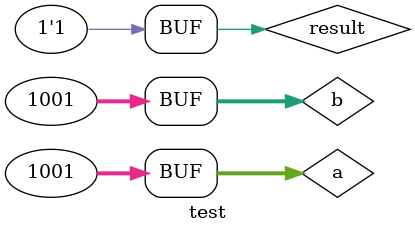
<source format=v>
/*
 * Copyright (c) 2000 Steven Wilson (stevew@homeaddress.org)
 *
 *    This source code is free software; you can redistribute it
 *    and/or modify it in source code form under the terms of the GNU
 *    General Public License as published by the Free Software
 *    Foundation; either version 2 of the License, or (at your option)
 *    any later version.
 *
 *    This program is distributed in the hope that it will be useful,
 *    but WITHOUT ANY WARRANTY; without even the implied warranty of
 *    MERCHANTABILITY or FITNESS FOR A PARTICULAR PURPOSE.  See the
 *    GNU General Public License for more details.
 *
 *    You should have received a copy of the GNU General Public License
 *    along with this program; if not, write to the Free Software
 *    Foundation, Inc., 59 Temple Place - Suite 330, Boston, MA 02111-1307, USA
 */

/*
 *  This test looks for == operation in a continuous assignment.
 */
module test;

integer a;
integer b;
wire  result;
integer error;

assign result = (a == b); 

initial 
  begin
    a =  0;
    b = 0;
    error = 0;
    #5 ;
    if( result !== 1'b1)
       error =1;
    a = 1;
    #5;
    if( result !== 1'b0)
       error =1;
   
    b = 1;
    #5 ;
    if( result !== 1'b1)
       error =1;

    a = 1002;
    b = 1001;
    #5 ;
    if( result !== 1'b0)
       error =1;
    a = 1001;
    #5 ;
    if( result !== 1'b1)
       error =1;

    if(error === 0)
	    $display("PASSED");
    else
	    $display("FAILED");
  end

endmodule

</source>
